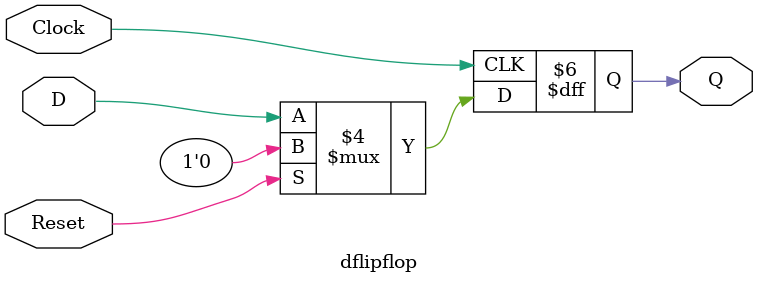
<source format=v>
module dflipflop(
    input D, Clock, Reset,
    output reg Q
);

    initial begin
        Q <= 0;
    end
        
    always @(posedge Clock)
    begin
        if(Reset) 
            Q <= 0;
        else Q <= D;
            
            
        
    end 
        
endmodule
</source>
